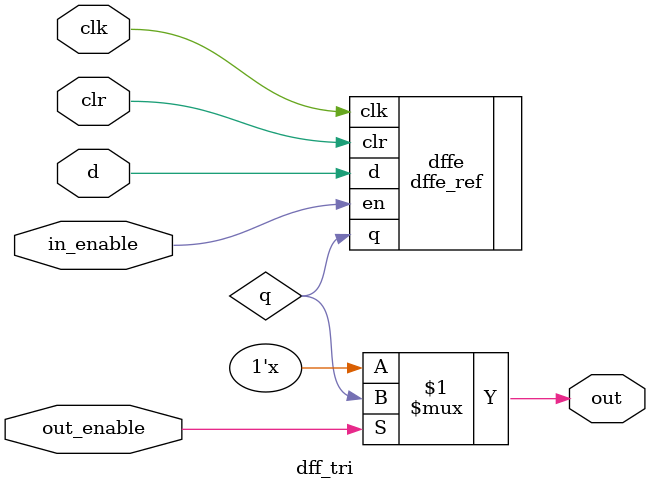
<source format=v>
module dff_tri(out, d, clk, clr, in_enable, out_enable);
    input d, clk, clr, in_enable, out_enable;

    output out;

    wire q;

    dffe_ref dffe(.d(d), .clk(clk), .clr(clr), .en(in_enable), .q(q));
    assign out = out_enable ? q : 1'bz;
endmodule
</source>
